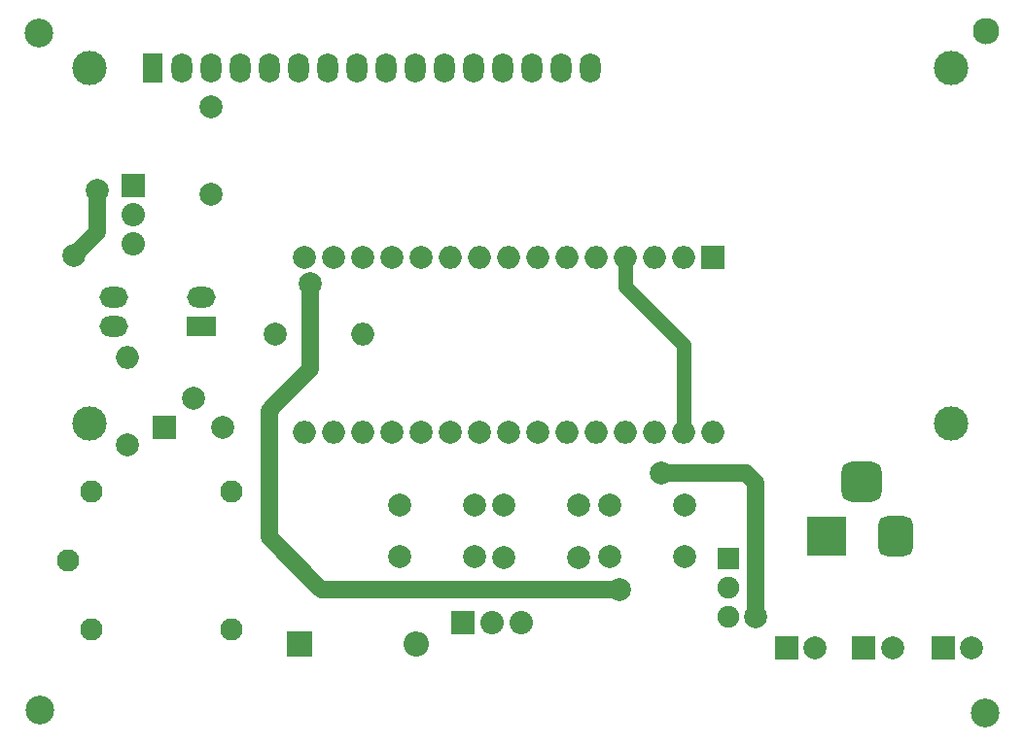
<source format=gbr>
%TF.GenerationSoftware,KiCad,Pcbnew,(6.0.0)*%
%TF.CreationDate,2022-01-31T16:35:00+07:00*%
%TF.ProjectId,eggmodel_V1,6567676d-6f64-4656-9c5f-56312e6b6963,rev?*%
%TF.SameCoordinates,Original*%
%TF.FileFunction,Copper,L2,Bot*%
%TF.FilePolarity,Positive*%
%FSLAX46Y46*%
G04 Gerber Fmt 4.6, Leading zero omitted, Abs format (unit mm)*
G04 Created by KiCad (PCBNEW (6.0.0)) date 2022-01-31 16:35:00*
%MOMM*%
%LPD*%
G01*
G04 APERTURE LIST*
G04 Aperture macros list*
%AMRoundRect*
0 Rectangle with rounded corners*
0 $1 Rounding radius*
0 $2 $3 $4 $5 $6 $7 $8 $9 X,Y pos of 4 corners*
0 Add a 4 corners polygon primitive as box body*
4,1,4,$2,$3,$4,$5,$6,$7,$8,$9,$2,$3,0*
0 Add four circle primitives for the rounded corners*
1,1,$1+$1,$2,$3*
1,1,$1+$1,$4,$5*
1,1,$1+$1,$6,$7*
1,1,$1+$1,$8,$9*
0 Add four rect primitives between the rounded corners*
20,1,$1+$1,$2,$3,$4,$5,0*
20,1,$1+$1,$4,$5,$6,$7,0*
20,1,$1+$1,$6,$7,$8,$9,0*
20,1,$1+$1,$8,$9,$2,$3,0*%
G04 Aperture macros list end*
%TA.AperFunction,ComponentPad*%
%ADD10C,2.000000*%
%TD*%
%TA.AperFunction,ComponentPad*%
%ADD11O,2.000000X2.000000*%
%TD*%
%TA.AperFunction,ComponentPad*%
%ADD12C,3.000000*%
%TD*%
%TA.AperFunction,ComponentPad*%
%ADD13R,1.800000X2.600000*%
%TD*%
%TA.AperFunction,ComponentPad*%
%ADD14O,1.800000X2.600000*%
%TD*%
%TA.AperFunction,ComponentPad*%
%ADD15R,2.000000X2.000000*%
%TD*%
%TA.AperFunction,ComponentPad*%
%ADD16O,1.600000X1.600000*%
%TD*%
%TA.AperFunction,ComponentPad*%
%ADD17R,2.040000X2.040000*%
%TD*%
%TA.AperFunction,ComponentPad*%
%ADD18C,2.040000*%
%TD*%
%TA.AperFunction,ComponentPad*%
%ADD19C,1.950000*%
%TD*%
%TA.AperFunction,ComponentPad*%
%ADD20R,2.500000X1.800000*%
%TD*%
%TA.AperFunction,ComponentPad*%
%ADD21O,2.500000X1.800000*%
%TD*%
%TA.AperFunction,ComponentPad*%
%ADD22R,1.910000X1.910000*%
%TD*%
%TA.AperFunction,ComponentPad*%
%ADD23C,1.910000*%
%TD*%
%TA.AperFunction,ComponentPad*%
%ADD24R,2.200000X2.200000*%
%TD*%
%TA.AperFunction,ComponentPad*%
%ADD25O,2.200000X2.200000*%
%TD*%
%TA.AperFunction,ComponentPad*%
%ADD26R,3.500000X3.500000*%
%TD*%
%TA.AperFunction,ComponentPad*%
%ADD27RoundRect,0.750000X0.750000X1.000000X-0.750000X1.000000X-0.750000X-1.000000X0.750000X-1.000000X0*%
%TD*%
%TA.AperFunction,ComponentPad*%
%ADD28RoundRect,0.875000X0.875000X0.875000X-0.875000X0.875000X-0.875000X-0.875000X0.875000X-0.875000X0*%
%TD*%
%TA.AperFunction,ViaPad*%
%ADD29C,2.500000*%
%TD*%
%TA.AperFunction,ViaPad*%
%ADD30C,2.300000*%
%TD*%
%TA.AperFunction,ViaPad*%
%ADD31C,2.000000*%
%TD*%
%TA.AperFunction,Conductor*%
%ADD32C,1.300000*%
%TD*%
%TA.AperFunction,Conductor*%
%ADD33C,1.500000*%
%TD*%
G04 APERTURE END LIST*
D10*
%TO.P,R2,1*%
%TO.N,Net-(R2-Pad1)*%
X131460000Y-74950000D03*
D11*
%TO.P,R2,2*%
%TO.N,D9*%
X139080000Y-74950000D03*
%TD*%
D12*
%TO.P,DS1,*%
%TO.N,*%
X115340900Y-82763200D03*
X190340000Y-51762500D03*
X190339480Y-82763200D03*
X115340900Y-51762500D03*
D13*
%TO.P,DS1,1,VSS*%
%TO.N,GND*%
X120840000Y-51762500D03*
D14*
%TO.P,DS1,2,VDD*%
%TO.N,VCC*%
X123380000Y-51762500D03*
%TO.P,DS1,3,VO*%
X125920000Y-51762500D03*
%TO.P,DS1,4,RS*%
%TO.N,A0*%
X128460000Y-51762500D03*
%TO.P,DS1,5,R/W*%
%TO.N,GND*%
X131000000Y-51762500D03*
%TO.P,DS1,6,E*%
%TO.N,A1*%
X133540000Y-51762500D03*
%TO.P,DS1,7,D0*%
%TO.N,unconnected-(DS1-Pad7)*%
X136080000Y-51762500D03*
%TO.P,DS1,8,D1*%
%TO.N,unconnected-(DS1-Pad8)*%
X138620000Y-51762500D03*
%TO.P,DS1,9,D2*%
%TO.N,unconnected-(DS1-Pad9)*%
X141160000Y-51762500D03*
%TO.P,DS1,10,D3*%
%TO.N,unconnected-(DS1-Pad10)*%
X143700000Y-51762500D03*
%TO.P,DS1,11,D4*%
%TO.N,A2*%
X146240000Y-51762500D03*
%TO.P,DS1,12,D5*%
%TO.N,A3*%
X148780000Y-51762500D03*
%TO.P,DS1,13,D6*%
%TO.N,A4*%
X151320000Y-51762500D03*
%TO.P,DS1,14,D7*%
%TO.N,A5*%
X153860000Y-51762500D03*
%TO.P,DS1,15,LED(+)*%
%TO.N,unconnected-(DS1-Pad15)*%
X156400000Y-51762500D03*
%TO.P,DS1,16,LED(-)*%
%TO.N,unconnected-(DS1-Pad16)*%
X158940000Y-51762500D03*
%TD*%
D15*
%TO.P,A1,1,D1/TX*%
%TO.N,unconnected-(A1-Pad1)*%
X169620000Y-68220000D03*
D11*
%TO.P,A1,2,D0/RX*%
%TO.N,unconnected-(A1-Pad2)*%
X167080000Y-68220000D03*
%TO.P,A1,3,~{RESET}*%
%TO.N,unconnected-(A1-Pad3)*%
X164540000Y-68220000D03*
%TO.P,A1,4,GND*%
%TO.N,GND*%
X162000000Y-68220000D03*
%TO.P,A1,5,D2*%
%TO.N,unconnected-(A1-Pad5)*%
X159460000Y-68220000D03*
%TO.P,A1,6,D3*%
%TO.N,unconnected-(A1-Pad6)*%
X156920000Y-68220000D03*
%TO.P,A1,7,D4*%
%TO.N,unconnected-(A1-Pad7)*%
X154380000Y-68220000D03*
%TO.P,A1,8,D5*%
%TO.N,unconnected-(A1-Pad8)*%
X151840000Y-68220000D03*
%TO.P,A1,9,D6*%
%TO.N,unconnected-(A1-Pad9)*%
X149300000Y-68220000D03*
%TO.P,A1,10,D7*%
%TO.N,unconnected-(A1-Pad10)*%
X146760000Y-68220000D03*
D16*
%TO.P,A1,11,D8*%
%TO.N,D8*%
X144220000Y-68220000D03*
%TO.P,A1,12,D9*%
%TO.N,D9*%
X141680000Y-68220000D03*
%TO.P,A1,13,D10*%
%TO.N,D10*%
X139140000Y-68220000D03*
%TO.P,A1,14,D11*%
%TO.N,D11*%
X136600000Y-68220000D03*
%TO.P,A1,15,D12*%
%TO.N,D12*%
X134060000Y-68220000D03*
D11*
%TO.P,A1,16,D13*%
%TO.N,unconnected-(A1-Pad16)*%
X134060000Y-83460000D03*
%TO.P,A1,17,3V3*%
%TO.N,unconnected-(A1-Pad17)*%
X136600000Y-83460000D03*
%TO.P,A1,18,AREF*%
%TO.N,unconnected-(A1-Pad18)*%
X139140000Y-83460000D03*
D16*
%TO.P,A1,19,A0*%
%TO.N,A0*%
X141680000Y-83460000D03*
%TO.P,A1,20,A1*%
%TO.N,A1*%
X144220000Y-83460000D03*
%TO.P,A1,21,A2*%
%TO.N,A2*%
X146760000Y-83460000D03*
%TO.P,A1,22,A3*%
%TO.N,A3*%
X149300000Y-83460000D03*
%TO.P,A1,23,A4*%
%TO.N,A4*%
X151840000Y-83460000D03*
%TO.P,A1,24,A5*%
%TO.N,A5*%
X154380000Y-83460000D03*
D11*
%TO.P,A1,25,A6*%
%TO.N,unconnected-(A1-Pad25)*%
X156920000Y-83460000D03*
%TO.P,A1,26,A7*%
%TO.N,unconnected-(A1-Pad26)*%
X159460000Y-83460000D03*
%TO.P,A1,27,+5V*%
%TO.N,VCC*%
X162000000Y-83460000D03*
%TO.P,A1,28,~{RESET}*%
%TO.N,unconnected-(A1-Pad28)*%
X164540000Y-83460000D03*
%TO.P,A1,29,GND*%
%TO.N,GND*%
X167080000Y-83460000D03*
%TO.P,A1,30,VIN*%
%TO.N,unconnected-(A1-Pad30)*%
X169620000Y-83460000D03*
%TD*%
D10*
%TO.P,SW3,1,1*%
%TO.N,GND*%
X167100000Y-89850000D03*
X160600000Y-89850000D03*
%TO.P,SW3,2,2*%
%TO.N,D12*%
X167100000Y-94350000D03*
X160600000Y-94350000D03*
%TD*%
D17*
%TO.P,J2,1,1*%
%TO.N,Net-(J2-Pad1)*%
X147838500Y-100040000D03*
D18*
%TO.P,J2,2,2*%
%TO.N,Net-(J2-Pad2)*%
X150378500Y-100040000D03*
%TO.P,J2,3,3*%
%TO.N,Net-(J2-Pad3)*%
X152918500Y-100040000D03*
%TD*%
D15*
%TO.P,C1,1*%
%TO.N,Net-(C1-Pad1)*%
X182747621Y-102320000D03*
D10*
%TO.P,C1,2*%
%TO.N,GND*%
X185247621Y-102320000D03*
%TD*%
D15*
%TO.P,Q1,1,E*%
%TO.N,GND*%
X121810000Y-83040000D03*
D10*
%TO.P,Q1,2,B*%
%TO.N,Net-(Q1-Pad2)*%
X124350000Y-80500000D03*
%TO.P,Q1,3,C*%
%TO.N,Net-(D1-Pad2)*%
X126890000Y-83040000D03*
%TD*%
D15*
%TO.P,C2,1*%
%TO.N,Net-(C1-Pad1)*%
X189647621Y-102320000D03*
D10*
%TO.P,C2,2*%
%TO.N,GND*%
X192147621Y-102320000D03*
%TD*%
D17*
%TO.P,J1,1,1*%
%TO.N,VCC*%
X119120000Y-61988500D03*
D18*
%TO.P,J1,2,2*%
%TO.N,D8*%
X119120000Y-64528500D03*
%TO.P,J1,3,3*%
%TO.N,GND*%
X119120000Y-67068500D03*
%TD*%
D10*
%TO.P,R1,1*%
%TO.N,VCC*%
X125910000Y-55122500D03*
%TO.P,R1,2*%
%TO.N,D8*%
X125910000Y-62742500D03*
%TD*%
D19*
%TO.P,K1,COIL1*%
%TO.N,VCC*%
X115460000Y-100670000D03*
%TO.P,K1,COIL2*%
%TO.N,Net-(D1-Pad2)*%
X115460000Y-88670000D03*
%TO.P,K1,COM*%
%TO.N,Net-(J2-Pad2)*%
X113460000Y-94670000D03*
%TO.P,K1,NC*%
%TO.N,Net-(J2-Pad1)*%
X127660000Y-88670000D03*
%TO.P,K1,NO*%
%TO.N,Net-(J2-Pad3)*%
X127660000Y-100670000D03*
%TD*%
D10*
%TO.P,R3,1*%
%TO.N,Net-(Q1-Pad2)*%
X118620000Y-84600000D03*
D11*
%TO.P,R3,2*%
%TO.N,Net-(R3-Pad2)*%
X118620000Y-76980000D03*
%TD*%
D20*
%TO.P,U1,1*%
%TO.N,Net-(R2-Pad1)*%
X125020000Y-74215000D03*
D21*
%TO.P,U1,2*%
%TO.N,GND*%
X125020000Y-71675000D03*
%TO.P,U1,3*%
%TO.N,Net-(R3-Pad2)*%
X117400000Y-71675000D03*
%TO.P,U1,4*%
%TO.N,VCC*%
X117400000Y-74215000D03*
%TD*%
D15*
%TO.P,C3,1*%
%TO.N,VCC*%
X176017621Y-102270000D03*
D10*
%TO.P,C3,2*%
%TO.N,GND*%
X178517621Y-102270000D03*
%TD*%
D22*
%TO.P,U2,1,INPUT*%
%TO.N,Net-(C1-Pad1)*%
X170920000Y-94510000D03*
D23*
%TO.P,U2,2,GROUND*%
%TO.N,GND*%
X170920000Y-97060000D03*
%TO.P,U2,3,OUTPUT*%
%TO.N,VCC*%
X170920000Y-99610000D03*
%TD*%
D24*
%TO.P,D1,1,K*%
%TO.N,VCC*%
X133610000Y-101900000D03*
D25*
%TO.P,D1,2,A*%
%TO.N,Net-(D1-Pad2)*%
X143770000Y-101900000D03*
%TD*%
D10*
%TO.P,SW1,1,1*%
%TO.N,GND*%
X142310000Y-89850000D03*
X148810000Y-89850000D03*
%TO.P,SW1,2,2*%
%TO.N,D10*%
X142310000Y-94350000D03*
X148810000Y-94350000D03*
%TD*%
%TO.P,SW2,1,1*%
%TO.N,GND*%
X151420000Y-89870000D03*
X157920000Y-89870000D03*
%TO.P,SW2,2,2*%
%TO.N,D11*%
X157920000Y-94370000D03*
X151420000Y-94370000D03*
%TD*%
D26*
%TO.P,J3,1*%
%TO.N,Net-(C1-Pad1)*%
X179510000Y-92507500D03*
D27*
%TO.P,J3,2*%
%TO.N,GND*%
X185510000Y-92507500D03*
D28*
%TO.P,J3,3*%
%TO.N,N/C*%
X182510000Y-87807500D03*
%TD*%
D29*
%TO.N,*%
X193290000Y-107950000D03*
X110900000Y-48700000D03*
X111040000Y-107720000D03*
D30*
X193370000Y-48500000D03*
D31*
%TO.N,A0*%
X141680000Y-83460000D03*
%TO.N,A1*%
X144220000Y-83460000D03*
%TO.N,A2*%
X146760000Y-83460000D03*
%TO.N,A3*%
X149300000Y-83460000D03*
%TO.N,A4*%
X151840000Y-83460000D03*
%TO.N,A5*%
X154380000Y-83460000D03*
%TO.N,D8*%
X144220000Y-68220000D03*
%TO.N,VCC*%
X113940000Y-68110000D03*
X165070000Y-87020000D03*
X173320000Y-99610000D03*
X115990000Y-62420000D03*
%TO.N,D9*%
X141680000Y-68220000D03*
%TO.N,D10*%
X139140000Y-68220000D03*
%TO.N,D11*%
X136600000Y-68220000D03*
%TO.N,D12*%
X134560000Y-70560000D03*
X134060000Y-68220000D03*
X161420000Y-97200000D03*
%TD*%
D32*
%TO.N,GND*%
X162000000Y-68220000D02*
X162000000Y-70770000D01*
X162000000Y-70770000D02*
X167080000Y-75850000D01*
X167080000Y-75850000D02*
X167080000Y-83460000D01*
D33*
%TO.N,VCC*%
X113940000Y-68110000D02*
X115990000Y-66060000D01*
X165070000Y-87020000D02*
X172470000Y-87020000D01*
X172470000Y-87020000D02*
X173320000Y-87870000D01*
X115990000Y-66060000D02*
X115990000Y-62420000D01*
X173320000Y-87870000D02*
X173320000Y-99610000D01*
%TO.N,D12*%
X134560000Y-77980000D02*
X131420000Y-81120000D01*
X134560000Y-70560000D02*
X134560000Y-77980000D01*
X135320000Y-97010000D02*
X135510000Y-97200000D01*
X130950000Y-92640000D02*
X135320000Y-97010000D01*
X130950000Y-81590000D02*
X130950000Y-87160000D01*
X131420000Y-81120000D02*
X130950000Y-81590000D01*
X130950000Y-87160000D02*
X130950000Y-92640000D01*
X135510000Y-97200000D02*
X161420000Y-97200000D01*
%TD*%
M02*

</source>
